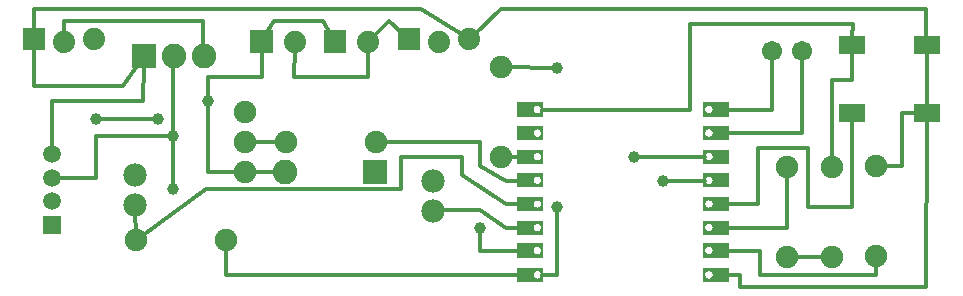
<source format=gtl>
G04 MADE WITH FRITZING*
G04 WWW.FRITZING.ORG*
G04 DOUBLE SIDED*
G04 HOLES PLATED*
G04 CONTOUR ON CENTER OF CONTOUR VECTOR*
%ASAXBY*%
%FSLAX23Y23*%
%MOIN*%
%OFA0B0*%
%SFA1.0B1.0*%
%ADD10C,0.039370*%
%ADD11C,0.075000*%
%ADD12C,0.082000*%
%ADD13C,0.059200*%
%ADD14C,0.067559*%
%ADD15C,0.078000*%
%ADD16C,0.074000*%
%ADD17R,0.082000X0.082000*%
%ADD18R,0.059200X0.059200*%
%ADD19R,0.090551X0.062992*%
%ADD20C,0.012000*%
%ADD21R,0.001000X0.001000*%
%LNCOPPER1*%
G90*
G70*
G54D10*
X2088Y464D03*
X2187Y385D03*
G54D11*
X792Y615D03*
X792Y515D03*
X792Y415D03*
G54D12*
X1225Y415D03*
X927Y415D03*
G54D13*
X149Y238D03*
X149Y474D03*
X149Y395D03*
X149Y316D03*
G54D14*
X2650Y818D03*
X2550Y818D03*
G54D12*
X455Y799D03*
X555Y799D03*
X655Y799D03*
G54D11*
X930Y513D03*
X1230Y513D03*
X2896Y434D03*
X2896Y134D03*
G54D10*
X553Y533D03*
G54D11*
X730Y188D03*
X430Y188D03*
X2600Y129D03*
X2600Y429D03*
X2748Y129D03*
X2748Y429D03*
G54D15*
X425Y405D03*
X425Y305D03*
G54D10*
X553Y356D03*
X1577Y228D03*
X671Y651D03*
X504Y592D03*
X297Y592D03*
G54D11*
X1646Y464D03*
X1646Y764D03*
G54D10*
X1833Y759D03*
X1833Y297D03*
G54D16*
X1340Y858D03*
X1440Y848D03*
X1540Y858D03*
X1340Y858D03*
X1440Y848D03*
X1540Y858D03*
X1094Y848D03*
X1204Y848D03*
X1094Y848D03*
X1204Y848D03*
X848Y848D03*
X958Y848D03*
X848Y848D03*
X958Y848D03*
X90Y858D03*
X190Y848D03*
X290Y858D03*
X90Y858D03*
X190Y848D03*
X290Y858D03*
G54D15*
X1419Y385D03*
X1419Y285D03*
G54D17*
X1226Y415D03*
G54D18*
X149Y238D03*
G54D17*
X455Y799D03*
G54D19*
X2817Y838D03*
X3065Y838D03*
X2817Y612D03*
X3065Y612D03*
G54D20*
X553Y519D02*
X553Y369D01*
D02*
X2403Y622D02*
X2551Y622D01*
D02*
X907Y513D02*
X815Y515D01*
D02*
X2200Y385D02*
X2325Y385D01*
D02*
X2102Y464D02*
X2325Y464D01*
D02*
X848Y730D02*
X848Y822D01*
D02*
X671Y730D02*
X848Y730D01*
D02*
X671Y414D02*
X671Y638D01*
D02*
X769Y415D02*
X671Y414D01*
D02*
X957Y730D02*
X958Y822D01*
D02*
X1203Y730D02*
X957Y730D01*
D02*
X1204Y822D02*
X1203Y730D01*
D02*
X889Y916D02*
X861Y870D01*
D02*
X1054Y916D02*
X889Y916D01*
D02*
X1081Y870D02*
X1054Y916D01*
D02*
X455Y772D02*
X454Y651D01*
D02*
X652Y917D02*
X189Y917D01*
D02*
X189Y917D02*
X190Y873D01*
D02*
X654Y825D02*
X652Y917D01*
D02*
X540Y533D02*
X297Y533D01*
D02*
X553Y546D02*
X554Y772D01*
D02*
X901Y415D02*
X815Y415D01*
D02*
X1705Y385D02*
X1664Y384D01*
D02*
X2895Y111D02*
X2895Y70D01*
D02*
X2649Y799D02*
X2649Y543D01*
D02*
X1577Y149D02*
X1705Y151D01*
D02*
X2600Y406D02*
X2600Y227D01*
D02*
X149Y651D02*
X150Y495D01*
D02*
X90Y700D02*
X386Y701D01*
D02*
X454Y651D02*
X149Y651D01*
D02*
X90Y832D02*
X90Y700D01*
D02*
X386Y701D02*
X439Y777D01*
D02*
X1664Y384D02*
X1577Y435D01*
D02*
X1577Y435D02*
X1577Y513D01*
D02*
X1577Y513D02*
X1253Y513D01*
D02*
X297Y395D02*
X171Y395D01*
D02*
X297Y533D02*
X297Y395D01*
D02*
X662Y356D02*
X449Y202D01*
D02*
X429Y211D02*
X426Y280D01*
D02*
X1517Y465D02*
X1312Y465D01*
D02*
X1312Y465D02*
X1312Y356D01*
D02*
X1312Y356D02*
X662Y356D01*
D02*
X1705Y306D02*
X1664Y306D01*
D02*
X1517Y405D02*
X1517Y465D01*
D02*
X1664Y306D02*
X1517Y405D01*
D02*
X730Y70D02*
X730Y165D01*
D02*
X1705Y70D02*
X730Y70D01*
D02*
X2725Y129D02*
X2623Y129D01*
D02*
X2817Y719D02*
X2817Y812D01*
D02*
X2748Y719D02*
X2817Y719D01*
D02*
X2818Y907D02*
X2276Y907D01*
D02*
X2276Y907D02*
X2275Y621D01*
D02*
X2275Y621D02*
X1783Y621D01*
D02*
X2748Y452D02*
X2748Y719D01*
D02*
X2817Y864D02*
X2818Y907D01*
D02*
X2551Y622D02*
X2550Y799D01*
D02*
X2649Y543D02*
X2403Y543D01*
D02*
X2443Y30D02*
X3063Y30D01*
D02*
X2443Y70D02*
X2443Y30D01*
D02*
X2984Y435D02*
X2984Y612D01*
D02*
X2511Y70D02*
X2511Y149D01*
D02*
X2511Y149D02*
X2403Y151D01*
D02*
X2600Y227D02*
X2403Y228D01*
D02*
X2502Y306D02*
X2403Y306D01*
D02*
X2502Y493D02*
X2502Y306D01*
D02*
X2669Y493D02*
X2502Y493D01*
D02*
X2669Y297D02*
X2669Y493D01*
D02*
X2984Y612D02*
X3025Y612D01*
D02*
X2817Y297D02*
X2669Y297D01*
D02*
X3063Y30D02*
X3065Y586D01*
D02*
X3063Y957D02*
X1646Y956D01*
D02*
X1646Y956D02*
X1559Y875D01*
D02*
X2919Y435D02*
X2984Y435D01*
D02*
X2817Y586D02*
X2817Y297D01*
D02*
X2403Y70D02*
X2443Y70D01*
D02*
X3065Y638D02*
X3065Y812D01*
D02*
X3064Y864D02*
X3063Y957D01*
D02*
X1577Y214D02*
X1577Y149D01*
D02*
X2895Y70D02*
X2511Y70D01*
D02*
X1380Y956D02*
X90Y957D01*
D02*
X90Y957D02*
X90Y883D01*
D02*
X1519Y871D02*
X1380Y956D01*
D02*
X311Y592D02*
X490Y592D01*
D02*
X671Y664D02*
X671Y730D01*
D02*
X1674Y464D02*
X1705Y464D01*
D02*
X1833Y283D02*
X1833Y71D01*
D02*
X1833Y71D02*
X1783Y71D01*
D02*
X1669Y763D02*
X1820Y759D01*
D02*
X1272Y917D02*
X1222Y866D01*
D02*
X1321Y874D02*
X1272Y917D01*
D02*
X1664Y227D02*
X1705Y228D01*
D02*
X1444Y286D02*
X1577Y287D01*
D02*
X1577Y287D02*
X1664Y227D01*
G54D21*
X53Y894D02*
X126Y894D01*
X1303Y894D02*
X1376Y894D01*
X53Y893D02*
X126Y893D01*
X1303Y893D02*
X1376Y893D01*
X53Y892D02*
X126Y892D01*
X1303Y892D02*
X1376Y892D01*
X53Y891D02*
X126Y891D01*
X1303Y891D02*
X1376Y891D01*
X53Y890D02*
X126Y890D01*
X1303Y890D02*
X1376Y890D01*
X53Y889D02*
X126Y889D01*
X1303Y889D02*
X1376Y889D01*
X53Y888D02*
X126Y888D01*
X1303Y888D02*
X1376Y888D01*
X53Y887D02*
X126Y887D01*
X1303Y887D02*
X1376Y887D01*
X53Y886D02*
X126Y886D01*
X1303Y886D02*
X1376Y886D01*
X53Y885D02*
X126Y885D01*
X811Y885D02*
X884Y885D01*
X1057Y885D02*
X1130Y885D01*
X1303Y885D02*
X1376Y885D01*
X53Y884D02*
X126Y884D01*
X811Y884D02*
X884Y884D01*
X1057Y884D02*
X1130Y884D01*
X1303Y884D02*
X1376Y884D01*
X53Y883D02*
X126Y883D01*
X811Y883D02*
X884Y883D01*
X1057Y883D02*
X1130Y883D01*
X1303Y883D02*
X1376Y883D01*
X53Y882D02*
X126Y882D01*
X811Y882D02*
X884Y882D01*
X1057Y882D02*
X1130Y882D01*
X1303Y882D02*
X1376Y882D01*
X53Y881D02*
X126Y881D01*
X811Y881D02*
X884Y881D01*
X1057Y881D02*
X1130Y881D01*
X1303Y881D02*
X1376Y881D01*
X53Y880D02*
X126Y880D01*
X811Y880D02*
X884Y880D01*
X1057Y880D02*
X1130Y880D01*
X1303Y880D02*
X1376Y880D01*
X53Y879D02*
X126Y879D01*
X811Y879D02*
X884Y879D01*
X1057Y879D02*
X1130Y879D01*
X1303Y879D02*
X1376Y879D01*
X53Y878D02*
X126Y878D01*
X811Y878D02*
X884Y878D01*
X1057Y878D02*
X1130Y878D01*
X1303Y878D02*
X1376Y878D01*
X53Y877D02*
X83Y877D01*
X96Y877D02*
X126Y877D01*
X811Y877D02*
X884Y877D01*
X1057Y877D02*
X1130Y877D01*
X1303Y877D02*
X1333Y877D01*
X1346Y877D02*
X1376Y877D01*
X53Y876D02*
X81Y876D01*
X99Y876D02*
X126Y876D01*
X811Y876D02*
X884Y876D01*
X1057Y876D02*
X1130Y876D01*
X1303Y876D02*
X1331Y876D01*
X1349Y876D02*
X1376Y876D01*
X53Y875D02*
X79Y875D01*
X101Y875D02*
X126Y875D01*
X811Y875D02*
X884Y875D01*
X1057Y875D02*
X1130Y875D01*
X1303Y875D02*
X1329Y875D01*
X1351Y875D02*
X1376Y875D01*
X53Y874D02*
X78Y874D01*
X102Y874D02*
X126Y874D01*
X811Y874D02*
X884Y874D01*
X1057Y874D02*
X1130Y874D01*
X1303Y874D02*
X1327Y874D01*
X1352Y874D02*
X1376Y874D01*
X53Y873D02*
X76Y873D01*
X104Y873D02*
X126Y873D01*
X811Y873D02*
X884Y873D01*
X1057Y873D02*
X1130Y873D01*
X1303Y873D02*
X1326Y873D01*
X1353Y873D02*
X1376Y873D01*
X53Y872D02*
X75Y872D01*
X105Y872D02*
X126Y872D01*
X811Y872D02*
X884Y872D01*
X1057Y872D02*
X1130Y872D01*
X1303Y872D02*
X1325Y872D01*
X1354Y872D02*
X1376Y872D01*
X53Y871D02*
X74Y871D01*
X105Y871D02*
X126Y871D01*
X811Y871D02*
X884Y871D01*
X1057Y871D02*
X1130Y871D01*
X1303Y871D02*
X1324Y871D01*
X1355Y871D02*
X1376Y871D01*
X53Y870D02*
X74Y870D01*
X106Y870D02*
X126Y870D01*
X811Y870D02*
X884Y870D01*
X1057Y870D02*
X1130Y870D01*
X1303Y870D02*
X1323Y870D01*
X1356Y870D02*
X1376Y870D01*
X53Y869D02*
X73Y869D01*
X107Y869D02*
X126Y869D01*
X811Y869D02*
X884Y869D01*
X1057Y869D02*
X1130Y869D01*
X1303Y869D02*
X1323Y869D01*
X1357Y869D02*
X1376Y869D01*
X53Y868D02*
X72Y868D01*
X108Y868D02*
X126Y868D01*
X811Y868D02*
X846Y868D01*
X850Y868D02*
X884Y868D01*
X1057Y868D02*
X1092Y868D01*
X1096Y868D02*
X1130Y868D01*
X1303Y868D02*
X1322Y868D01*
X1357Y868D02*
X1376Y868D01*
X53Y867D02*
X72Y867D01*
X108Y867D02*
X126Y867D01*
X811Y867D02*
X841Y867D01*
X855Y867D02*
X884Y867D01*
X1057Y867D02*
X1087Y867D01*
X1101Y867D02*
X1130Y867D01*
X1303Y867D02*
X1321Y867D01*
X1358Y867D02*
X1376Y867D01*
X53Y866D02*
X71Y866D01*
X109Y866D02*
X126Y866D01*
X811Y866D02*
X838Y866D01*
X857Y866D02*
X884Y866D01*
X1057Y866D02*
X1084Y866D01*
X1103Y866D02*
X1130Y866D01*
X1303Y866D02*
X1321Y866D01*
X1358Y866D02*
X1376Y866D01*
X53Y865D02*
X71Y865D01*
X109Y865D02*
X126Y865D01*
X811Y865D02*
X836Y865D01*
X859Y865D02*
X884Y865D01*
X1057Y865D02*
X1082Y865D01*
X1105Y865D02*
X1130Y865D01*
X1303Y865D02*
X1321Y865D01*
X1359Y865D02*
X1376Y865D01*
X53Y864D02*
X70Y864D01*
X109Y864D02*
X126Y864D01*
X811Y864D02*
X835Y864D01*
X860Y864D02*
X884Y864D01*
X1057Y864D02*
X1081Y864D01*
X1106Y864D02*
X1130Y864D01*
X1303Y864D02*
X1320Y864D01*
X1359Y864D02*
X1376Y864D01*
X53Y863D02*
X70Y863D01*
X110Y863D02*
X126Y863D01*
X811Y863D02*
X834Y863D01*
X861Y863D02*
X884Y863D01*
X1057Y863D02*
X1080Y863D01*
X1107Y863D02*
X1130Y863D01*
X1303Y863D02*
X1320Y863D01*
X1359Y863D02*
X1376Y863D01*
X53Y862D02*
X70Y862D01*
X110Y862D02*
X126Y862D01*
X811Y862D02*
X833Y862D01*
X863Y862D02*
X884Y862D01*
X1057Y862D02*
X1079Y862D01*
X1109Y862D02*
X1130Y862D01*
X1303Y862D02*
X1320Y862D01*
X1360Y862D02*
X1376Y862D01*
X53Y861D02*
X70Y861D01*
X110Y861D02*
X126Y861D01*
X811Y861D02*
X832Y861D01*
X863Y861D02*
X884Y861D01*
X1057Y861D02*
X1078Y861D01*
X1109Y861D02*
X1130Y861D01*
X1303Y861D02*
X1319Y861D01*
X1360Y861D02*
X1376Y861D01*
X53Y860D02*
X70Y860D01*
X110Y860D02*
X126Y860D01*
X811Y860D02*
X831Y860D01*
X864Y860D02*
X884Y860D01*
X1057Y860D02*
X1077Y860D01*
X1110Y860D02*
X1130Y860D01*
X1303Y860D02*
X1319Y860D01*
X1360Y860D02*
X1376Y860D01*
X53Y859D02*
X70Y859D01*
X110Y859D02*
X126Y859D01*
X811Y859D02*
X830Y859D01*
X865Y859D02*
X884Y859D01*
X1057Y859D02*
X1076Y859D01*
X1111Y859D02*
X1130Y859D01*
X1303Y859D02*
X1319Y859D01*
X1360Y859D02*
X1376Y859D01*
X53Y858D02*
X69Y858D01*
X110Y858D02*
X126Y858D01*
X811Y858D02*
X830Y858D01*
X865Y858D02*
X884Y858D01*
X1057Y858D02*
X1076Y858D01*
X1111Y858D02*
X1130Y858D01*
X1303Y858D02*
X1319Y858D01*
X1360Y858D02*
X1376Y858D01*
X53Y857D02*
X70Y857D01*
X110Y857D02*
X126Y857D01*
X811Y857D02*
X829Y857D01*
X866Y857D02*
X884Y857D01*
X1057Y857D02*
X1075Y857D01*
X1112Y857D02*
X1130Y857D01*
X1303Y857D02*
X1319Y857D01*
X1360Y857D02*
X1376Y857D01*
X53Y856D02*
X70Y856D01*
X110Y856D02*
X126Y856D01*
X811Y856D02*
X829Y856D01*
X867Y856D02*
X884Y856D01*
X1057Y856D02*
X1075Y856D01*
X1113Y856D02*
X1130Y856D01*
X1303Y856D02*
X1319Y856D01*
X1360Y856D02*
X1376Y856D01*
X53Y855D02*
X70Y855D01*
X110Y855D02*
X126Y855D01*
X811Y855D02*
X828Y855D01*
X867Y855D02*
X884Y855D01*
X1057Y855D02*
X1074Y855D01*
X1113Y855D02*
X1130Y855D01*
X1303Y855D02*
X1319Y855D01*
X1360Y855D02*
X1376Y855D01*
X53Y854D02*
X70Y854D01*
X110Y854D02*
X126Y854D01*
X811Y854D02*
X828Y854D01*
X867Y854D02*
X884Y854D01*
X1057Y854D02*
X1074Y854D01*
X1113Y854D02*
X1130Y854D01*
X1303Y854D02*
X1320Y854D01*
X1360Y854D02*
X1376Y854D01*
X53Y853D02*
X70Y853D01*
X110Y853D02*
X126Y853D01*
X811Y853D02*
X828Y853D01*
X867Y853D02*
X884Y853D01*
X1057Y853D02*
X1074Y853D01*
X1114Y853D02*
X1130Y853D01*
X1303Y853D02*
X1320Y853D01*
X1359Y853D02*
X1376Y853D01*
X53Y852D02*
X70Y852D01*
X109Y852D02*
X126Y852D01*
X811Y852D02*
X828Y852D01*
X868Y852D02*
X884Y852D01*
X1057Y852D02*
X1074Y852D01*
X1114Y852D02*
X1130Y852D01*
X1303Y852D02*
X1320Y852D01*
X1359Y852D02*
X1376Y852D01*
X53Y851D02*
X71Y851D01*
X109Y851D02*
X126Y851D01*
X811Y851D02*
X827Y851D01*
X868Y851D02*
X884Y851D01*
X1057Y851D02*
X1073Y851D01*
X1114Y851D02*
X1130Y851D01*
X1303Y851D02*
X1321Y851D01*
X1359Y851D02*
X1376Y851D01*
X53Y850D02*
X71Y850D01*
X109Y850D02*
X126Y850D01*
X811Y850D02*
X827Y850D01*
X868Y850D02*
X884Y850D01*
X1057Y850D02*
X1073Y850D01*
X1114Y850D02*
X1130Y850D01*
X1303Y850D02*
X1321Y850D01*
X1358Y850D02*
X1376Y850D01*
X53Y849D02*
X72Y849D01*
X108Y849D02*
X126Y849D01*
X811Y849D02*
X827Y849D01*
X868Y849D02*
X884Y849D01*
X1057Y849D02*
X1073Y849D01*
X1114Y849D02*
X1130Y849D01*
X1303Y849D02*
X1321Y849D01*
X1358Y849D02*
X1376Y849D01*
X53Y848D02*
X72Y848D01*
X108Y848D02*
X126Y848D01*
X811Y848D02*
X827Y848D01*
X868Y848D02*
X884Y848D01*
X1057Y848D02*
X1073Y848D01*
X1114Y848D02*
X1130Y848D01*
X1303Y848D02*
X1322Y848D01*
X1357Y848D02*
X1376Y848D01*
X53Y847D02*
X73Y847D01*
X107Y847D02*
X126Y847D01*
X811Y847D02*
X827Y847D01*
X868Y847D02*
X884Y847D01*
X1057Y847D02*
X1073Y847D01*
X1114Y847D02*
X1130Y847D01*
X1303Y847D02*
X1323Y847D01*
X1357Y847D02*
X1376Y847D01*
X53Y846D02*
X74Y846D01*
X106Y846D02*
X126Y846D01*
X811Y846D02*
X827Y846D01*
X868Y846D02*
X884Y846D01*
X1057Y846D02*
X1073Y846D01*
X1114Y846D02*
X1130Y846D01*
X1303Y846D02*
X1323Y846D01*
X1356Y846D02*
X1376Y846D01*
X53Y845D02*
X74Y845D01*
X105Y845D02*
X126Y845D01*
X811Y845D02*
X827Y845D01*
X868Y845D02*
X884Y845D01*
X1057Y845D02*
X1073Y845D01*
X1114Y845D02*
X1130Y845D01*
X1303Y845D02*
X1324Y845D01*
X1355Y845D02*
X1376Y845D01*
X53Y844D02*
X75Y844D01*
X105Y844D02*
X126Y844D01*
X811Y844D02*
X828Y844D01*
X868Y844D02*
X884Y844D01*
X1057Y844D02*
X1074Y844D01*
X1114Y844D02*
X1130Y844D01*
X1303Y844D02*
X1325Y844D01*
X1354Y844D02*
X1376Y844D01*
X53Y843D02*
X76Y843D01*
X104Y843D02*
X126Y843D01*
X811Y843D02*
X828Y843D01*
X867Y843D02*
X884Y843D01*
X1057Y843D02*
X1074Y843D01*
X1113Y843D02*
X1130Y843D01*
X1303Y843D02*
X1326Y843D01*
X1353Y843D02*
X1376Y843D01*
X53Y842D02*
X78Y842D01*
X102Y842D02*
X126Y842D01*
X811Y842D02*
X828Y842D01*
X867Y842D02*
X884Y842D01*
X1057Y842D02*
X1074Y842D01*
X1113Y842D02*
X1130Y842D01*
X1303Y842D02*
X1327Y842D01*
X1352Y842D02*
X1376Y842D01*
X53Y841D02*
X79Y841D01*
X101Y841D02*
X126Y841D01*
X811Y841D02*
X829Y841D01*
X867Y841D02*
X884Y841D01*
X1057Y841D02*
X1075Y841D01*
X1113Y841D02*
X1130Y841D01*
X1303Y841D02*
X1329Y841D01*
X1351Y841D02*
X1376Y841D01*
X53Y840D02*
X81Y840D01*
X99Y840D02*
X126Y840D01*
X811Y840D02*
X829Y840D01*
X866Y840D02*
X884Y840D01*
X1057Y840D02*
X1075Y840D01*
X1112Y840D02*
X1130Y840D01*
X1303Y840D02*
X1331Y840D01*
X1349Y840D02*
X1376Y840D01*
X53Y839D02*
X84Y839D01*
X96Y839D02*
X126Y839D01*
X811Y839D02*
X829Y839D01*
X866Y839D02*
X884Y839D01*
X1057Y839D02*
X1075Y839D01*
X1112Y839D02*
X1130Y839D01*
X1303Y839D02*
X1333Y839D01*
X1346Y839D02*
X1376Y839D01*
X53Y838D02*
X126Y838D01*
X811Y838D02*
X830Y838D01*
X865Y838D02*
X884Y838D01*
X1057Y838D02*
X1076Y838D01*
X1111Y838D02*
X1130Y838D01*
X1303Y838D02*
X1376Y838D01*
X53Y837D02*
X126Y837D01*
X811Y837D02*
X831Y837D01*
X865Y837D02*
X884Y837D01*
X1057Y837D02*
X1077Y837D01*
X1111Y837D02*
X1130Y837D01*
X1303Y837D02*
X1376Y837D01*
X53Y836D02*
X126Y836D01*
X811Y836D02*
X831Y836D01*
X864Y836D02*
X884Y836D01*
X1057Y836D02*
X1077Y836D01*
X1110Y836D02*
X1130Y836D01*
X1303Y836D02*
X1376Y836D01*
X53Y835D02*
X126Y835D01*
X811Y835D02*
X832Y835D01*
X863Y835D02*
X884Y835D01*
X1057Y835D02*
X1078Y835D01*
X1109Y835D02*
X1130Y835D01*
X1303Y835D02*
X1376Y835D01*
X53Y834D02*
X126Y834D01*
X811Y834D02*
X833Y834D01*
X862Y834D02*
X884Y834D01*
X1057Y834D02*
X1079Y834D01*
X1108Y834D02*
X1130Y834D01*
X1303Y834D02*
X1376Y834D01*
X53Y833D02*
X126Y833D01*
X811Y833D02*
X834Y833D01*
X861Y833D02*
X884Y833D01*
X1057Y833D02*
X1080Y833D01*
X1107Y833D02*
X1130Y833D01*
X1303Y833D02*
X1376Y833D01*
X53Y832D02*
X126Y832D01*
X811Y832D02*
X835Y832D01*
X860Y832D02*
X884Y832D01*
X1057Y832D02*
X1081Y832D01*
X1106Y832D02*
X1130Y832D01*
X1303Y832D02*
X1376Y832D01*
X53Y831D02*
X126Y831D01*
X811Y831D02*
X837Y831D01*
X858Y831D02*
X884Y831D01*
X1057Y831D02*
X1083Y831D01*
X1104Y831D02*
X1130Y831D01*
X1303Y831D02*
X1376Y831D01*
X53Y830D02*
X126Y830D01*
X811Y830D02*
X839Y830D01*
X856Y830D02*
X884Y830D01*
X1057Y830D02*
X1085Y830D01*
X1102Y830D02*
X1130Y830D01*
X1303Y830D02*
X1376Y830D01*
X53Y829D02*
X126Y829D01*
X811Y829D02*
X842Y829D01*
X854Y829D02*
X884Y829D01*
X1057Y829D02*
X1088Y829D01*
X1100Y829D02*
X1130Y829D01*
X1303Y829D02*
X1376Y829D01*
X53Y828D02*
X126Y828D01*
X811Y828D02*
X884Y828D01*
X1057Y828D02*
X1130Y828D01*
X1303Y828D02*
X1376Y828D01*
X53Y827D02*
X126Y827D01*
X811Y827D02*
X884Y827D01*
X1057Y827D02*
X1130Y827D01*
X1303Y827D02*
X1376Y827D01*
X53Y826D02*
X126Y826D01*
X811Y826D02*
X884Y826D01*
X1057Y826D02*
X1130Y826D01*
X1303Y826D02*
X1376Y826D01*
X53Y825D02*
X126Y825D01*
X811Y825D02*
X884Y825D01*
X1057Y825D02*
X1130Y825D01*
X1303Y825D02*
X1376Y825D01*
X53Y824D02*
X126Y824D01*
X811Y824D02*
X884Y824D01*
X1057Y824D02*
X1130Y824D01*
X1303Y824D02*
X1376Y824D01*
X53Y823D02*
X126Y823D01*
X811Y823D02*
X884Y823D01*
X1057Y823D02*
X1130Y823D01*
X1303Y823D02*
X1376Y823D01*
X53Y822D02*
X126Y822D01*
X811Y822D02*
X884Y822D01*
X1057Y822D02*
X1130Y822D01*
X1303Y822D02*
X1376Y822D01*
X54Y821D02*
X126Y821D01*
X811Y821D02*
X884Y821D01*
X1057Y821D02*
X1130Y821D01*
X1304Y821D02*
X1376Y821D01*
X811Y820D02*
X884Y820D01*
X1057Y820D02*
X1130Y820D01*
X811Y819D02*
X884Y819D01*
X1057Y819D02*
X1130Y819D01*
X811Y818D02*
X884Y818D01*
X1057Y818D02*
X1130Y818D01*
X811Y817D02*
X884Y817D01*
X1057Y817D02*
X1130Y817D01*
X811Y816D02*
X884Y816D01*
X1057Y816D02*
X1130Y816D01*
X811Y815D02*
X884Y815D01*
X1057Y815D02*
X1130Y815D01*
X811Y814D02*
X884Y814D01*
X1057Y814D02*
X1130Y814D01*
X811Y813D02*
X884Y813D01*
X1057Y813D02*
X1130Y813D01*
X811Y812D02*
X884Y812D01*
X1057Y812D02*
X1130Y812D01*
X1699Y645D02*
X1787Y645D01*
X2319Y645D02*
X2407Y645D01*
X1699Y644D02*
X1787Y644D01*
X2319Y644D02*
X2407Y644D01*
X1699Y643D02*
X1787Y643D01*
X2319Y643D02*
X2407Y643D01*
X1699Y642D02*
X1787Y642D01*
X2319Y642D02*
X2407Y642D01*
X1699Y641D02*
X1787Y641D01*
X2319Y641D02*
X2407Y641D01*
X1699Y640D02*
X1787Y640D01*
X2319Y640D02*
X2407Y640D01*
X1699Y639D02*
X1787Y639D01*
X2319Y639D02*
X2407Y639D01*
X1699Y638D02*
X1787Y638D01*
X2319Y638D02*
X2407Y638D01*
X1699Y637D02*
X1787Y637D01*
X2319Y637D02*
X2407Y637D01*
X1699Y636D02*
X1787Y636D01*
X2319Y636D02*
X2407Y636D01*
X1699Y635D02*
X1787Y635D01*
X2319Y635D02*
X2407Y635D01*
X1699Y634D02*
X1766Y634D01*
X1768Y634D02*
X1787Y634D01*
X2319Y634D02*
X2338Y634D01*
X2340Y634D02*
X2407Y634D01*
X1699Y633D02*
X1762Y633D01*
X1772Y633D02*
X1787Y633D01*
X2319Y633D02*
X2334Y633D01*
X2344Y633D02*
X2407Y633D01*
X1699Y632D02*
X1760Y632D01*
X1774Y632D02*
X1787Y632D01*
X2319Y632D02*
X2332Y632D01*
X2346Y632D02*
X2407Y632D01*
X1699Y631D02*
X1759Y631D01*
X1776Y631D02*
X1787Y631D01*
X2319Y631D02*
X2331Y631D01*
X2348Y631D02*
X2407Y631D01*
X1699Y630D02*
X1758Y630D01*
X1777Y630D02*
X1787Y630D01*
X2319Y630D02*
X2330Y630D01*
X2349Y630D02*
X2407Y630D01*
X1699Y629D02*
X1757Y629D01*
X1777Y629D02*
X1787Y629D01*
X2319Y629D02*
X2329Y629D01*
X2349Y629D02*
X2407Y629D01*
X1699Y628D02*
X1756Y628D01*
X1778Y628D02*
X1787Y628D01*
X2319Y628D02*
X2328Y628D01*
X2350Y628D02*
X2407Y628D01*
X1699Y627D02*
X1756Y627D01*
X1779Y627D02*
X1787Y627D01*
X2319Y627D02*
X2328Y627D01*
X2351Y627D02*
X2407Y627D01*
X1699Y626D02*
X1755Y626D01*
X1779Y626D02*
X1787Y626D01*
X2319Y626D02*
X2327Y626D01*
X2351Y626D02*
X2407Y626D01*
X1699Y625D02*
X1755Y625D01*
X1779Y625D02*
X1787Y625D01*
X2319Y625D02*
X2327Y625D01*
X2351Y625D02*
X2407Y625D01*
X1699Y624D02*
X1755Y624D01*
X1780Y624D02*
X1787Y624D01*
X2319Y624D02*
X2327Y624D01*
X2352Y624D02*
X2407Y624D01*
X1699Y623D02*
X1755Y623D01*
X1780Y623D02*
X1787Y623D01*
X2319Y623D02*
X2327Y623D01*
X2352Y623D02*
X2407Y623D01*
X1699Y622D02*
X1754Y622D01*
X1780Y622D02*
X1787Y622D01*
X2319Y622D02*
X2327Y622D01*
X2352Y622D02*
X2407Y622D01*
X1699Y621D02*
X1755Y621D01*
X1780Y621D02*
X1787Y621D01*
X2319Y621D02*
X2327Y621D01*
X2352Y621D02*
X2407Y621D01*
X1699Y620D02*
X1755Y620D01*
X1780Y620D02*
X1787Y620D01*
X2319Y620D02*
X2327Y620D01*
X2352Y620D02*
X2407Y620D01*
X1699Y619D02*
X1755Y619D01*
X1779Y619D02*
X1787Y619D01*
X2319Y619D02*
X2327Y619D01*
X2351Y619D02*
X2407Y619D01*
X1699Y618D02*
X1755Y618D01*
X1779Y618D02*
X1787Y618D01*
X2319Y618D02*
X2327Y618D01*
X2351Y618D02*
X2407Y618D01*
X1699Y617D02*
X1756Y617D01*
X1779Y617D02*
X1787Y617D01*
X2319Y617D02*
X2328Y617D01*
X2351Y617D02*
X2407Y617D01*
X1699Y616D02*
X1756Y616D01*
X1778Y616D02*
X1787Y616D01*
X2319Y616D02*
X2328Y616D01*
X2350Y616D02*
X2407Y616D01*
X1699Y615D02*
X1757Y615D01*
X1778Y615D02*
X1787Y615D01*
X2319Y615D02*
X2329Y615D01*
X2350Y615D02*
X2407Y615D01*
X1699Y614D02*
X1757Y614D01*
X1777Y614D02*
X1787Y614D01*
X2319Y614D02*
X2329Y614D01*
X2349Y614D02*
X2407Y614D01*
X1699Y613D02*
X1758Y613D01*
X1776Y613D02*
X1787Y613D01*
X2319Y613D02*
X2330Y613D01*
X2348Y613D02*
X2407Y613D01*
X1699Y612D02*
X1760Y612D01*
X1775Y612D02*
X1787Y612D01*
X2319Y612D02*
X2332Y612D01*
X2347Y612D02*
X2407Y612D01*
X1699Y611D02*
X1761Y611D01*
X1773Y611D02*
X1787Y611D01*
X2319Y611D02*
X2333Y611D01*
X2345Y611D02*
X2407Y611D01*
X1699Y610D02*
X1764Y610D01*
X1770Y610D02*
X1787Y610D01*
X2319Y610D02*
X2336Y610D01*
X2342Y610D02*
X2407Y610D01*
X1699Y609D02*
X1787Y609D01*
X2319Y609D02*
X2407Y609D01*
X1699Y608D02*
X1787Y608D01*
X2319Y608D02*
X2407Y608D01*
X1699Y607D02*
X1787Y607D01*
X2319Y607D02*
X2407Y607D01*
X1699Y606D02*
X1787Y606D01*
X2319Y606D02*
X2407Y606D01*
X1699Y605D02*
X1787Y605D01*
X2319Y605D02*
X2407Y605D01*
X1699Y604D02*
X1787Y604D01*
X2319Y604D02*
X2407Y604D01*
X1699Y603D02*
X1787Y603D01*
X2319Y603D02*
X2407Y603D01*
X1699Y602D02*
X1787Y602D01*
X2319Y602D02*
X2407Y602D01*
X1699Y601D02*
X1787Y601D01*
X2319Y601D02*
X2407Y601D01*
X1699Y600D02*
X1787Y600D01*
X2319Y600D02*
X2407Y600D01*
X1699Y599D02*
X1787Y599D01*
X2319Y599D02*
X2407Y599D01*
X1699Y566D02*
X1787Y566D01*
X2319Y566D02*
X2407Y566D01*
X1699Y565D02*
X1787Y565D01*
X2319Y565D02*
X2407Y565D01*
X1699Y564D02*
X1787Y564D01*
X2319Y564D02*
X2407Y564D01*
X1699Y563D02*
X1787Y563D01*
X2319Y563D02*
X2407Y563D01*
X1699Y562D02*
X1787Y562D01*
X2319Y562D02*
X2407Y562D01*
X1699Y561D02*
X1787Y561D01*
X2319Y561D02*
X2407Y561D01*
X1699Y560D02*
X1787Y560D01*
X2319Y560D02*
X2407Y560D01*
X1699Y559D02*
X1787Y559D01*
X2319Y559D02*
X2407Y559D01*
X1699Y558D02*
X1787Y558D01*
X2319Y558D02*
X2407Y558D01*
X1699Y557D02*
X1787Y557D01*
X2319Y557D02*
X2407Y557D01*
X1699Y556D02*
X1787Y556D01*
X2319Y556D02*
X2407Y556D01*
X1699Y555D02*
X1764Y555D01*
X1770Y555D02*
X1787Y555D01*
X2319Y555D02*
X2336Y555D01*
X2342Y555D02*
X2407Y555D01*
X1699Y554D02*
X1761Y554D01*
X1773Y554D02*
X1787Y554D01*
X2319Y554D02*
X2333Y554D01*
X2345Y554D02*
X2407Y554D01*
X1699Y553D02*
X1760Y553D01*
X1775Y553D02*
X1787Y553D01*
X2319Y553D02*
X2332Y553D01*
X2347Y553D02*
X2407Y553D01*
X1699Y552D02*
X1758Y552D01*
X1776Y552D02*
X1787Y552D01*
X2319Y552D02*
X2330Y552D01*
X2348Y552D02*
X2407Y552D01*
X1699Y551D02*
X1757Y551D01*
X1777Y551D02*
X1787Y551D01*
X2319Y551D02*
X2329Y551D01*
X2349Y551D02*
X2407Y551D01*
X1699Y550D02*
X1757Y550D01*
X1778Y550D02*
X1787Y550D01*
X2319Y550D02*
X2329Y550D01*
X2350Y550D02*
X2407Y550D01*
X1699Y549D02*
X1756Y549D01*
X1778Y549D02*
X1787Y549D01*
X2319Y549D02*
X2328Y549D01*
X2350Y549D02*
X2407Y549D01*
X1699Y548D02*
X1756Y548D01*
X1779Y548D02*
X1787Y548D01*
X2319Y548D02*
X2328Y548D01*
X2351Y548D02*
X2407Y548D01*
X1699Y547D02*
X1755Y547D01*
X1779Y547D02*
X1787Y547D01*
X2319Y547D02*
X2327Y547D01*
X2351Y547D02*
X2407Y547D01*
X1699Y546D02*
X1755Y546D01*
X1779Y546D02*
X1787Y546D01*
X2319Y546D02*
X2327Y546D01*
X2351Y546D02*
X2407Y546D01*
X1699Y545D02*
X1755Y545D01*
X1780Y545D02*
X1787Y545D01*
X2319Y545D02*
X2327Y545D01*
X2352Y545D02*
X2407Y545D01*
X1699Y544D02*
X1755Y544D01*
X1780Y544D02*
X1787Y544D01*
X2319Y544D02*
X2327Y544D01*
X2352Y544D02*
X2407Y544D01*
X1699Y543D02*
X1754Y543D01*
X1780Y543D02*
X1787Y543D01*
X2319Y543D02*
X2327Y543D01*
X2352Y543D02*
X2407Y543D01*
X1699Y542D02*
X1755Y542D01*
X1780Y542D02*
X1787Y542D01*
X2319Y542D02*
X2327Y542D01*
X2352Y542D02*
X2407Y542D01*
X1699Y541D02*
X1755Y541D01*
X1780Y541D02*
X1787Y541D01*
X2319Y541D02*
X2327Y541D01*
X2352Y541D02*
X2407Y541D01*
X1699Y540D02*
X1755Y540D01*
X1779Y540D02*
X1787Y540D01*
X2319Y540D02*
X2327Y540D01*
X2351Y540D02*
X2407Y540D01*
X1699Y539D02*
X1755Y539D01*
X1779Y539D02*
X1787Y539D01*
X2319Y539D02*
X2327Y539D01*
X2351Y539D02*
X2407Y539D01*
X1699Y538D02*
X1756Y538D01*
X1779Y538D02*
X1787Y538D01*
X2319Y538D02*
X2328Y538D01*
X2351Y538D02*
X2407Y538D01*
X1699Y537D02*
X1756Y537D01*
X1778Y537D02*
X1787Y537D01*
X2319Y537D02*
X2328Y537D01*
X2350Y537D02*
X2407Y537D01*
X1699Y536D02*
X1757Y536D01*
X1777Y536D02*
X1787Y536D01*
X2319Y536D02*
X2329Y536D01*
X2349Y536D02*
X2407Y536D01*
X1699Y535D02*
X1758Y535D01*
X1777Y535D02*
X1787Y535D01*
X2319Y535D02*
X2330Y535D01*
X2349Y535D02*
X2407Y535D01*
X1699Y534D02*
X1759Y534D01*
X1776Y534D02*
X1787Y534D01*
X2319Y534D02*
X2331Y534D01*
X2348Y534D02*
X2407Y534D01*
X1699Y533D02*
X1760Y533D01*
X1774Y533D02*
X1787Y533D01*
X2319Y533D02*
X2332Y533D01*
X2346Y533D02*
X2407Y533D01*
X1699Y532D02*
X1762Y532D01*
X1773Y532D02*
X1787Y532D01*
X2319Y532D02*
X2334Y532D01*
X2344Y532D02*
X2407Y532D01*
X1699Y531D02*
X1766Y531D01*
X1769Y531D02*
X1787Y531D01*
X2319Y531D02*
X2338Y531D01*
X2340Y531D02*
X2407Y531D01*
X1699Y530D02*
X1787Y530D01*
X2319Y530D02*
X2407Y530D01*
X1699Y529D02*
X1787Y529D01*
X2319Y529D02*
X2407Y529D01*
X1699Y528D02*
X1787Y528D01*
X2319Y528D02*
X2407Y528D01*
X1699Y527D02*
X1787Y527D01*
X2319Y527D02*
X2407Y527D01*
X1699Y526D02*
X1787Y526D01*
X2319Y526D02*
X2407Y526D01*
X1699Y525D02*
X1787Y525D01*
X2319Y525D02*
X2407Y525D01*
X1699Y524D02*
X1787Y524D01*
X2319Y524D02*
X2407Y524D01*
X1699Y523D02*
X1787Y523D01*
X2319Y523D02*
X2407Y523D01*
X1699Y522D02*
X1787Y522D01*
X2319Y522D02*
X2407Y522D01*
X1699Y521D02*
X1787Y521D01*
X2319Y521D02*
X2407Y521D01*
X1699Y520D02*
X1787Y520D01*
X2319Y520D02*
X2407Y520D01*
X2320Y488D02*
X2406Y488D01*
X1699Y487D02*
X1787Y487D01*
X2319Y487D02*
X2407Y487D01*
X1699Y486D02*
X1787Y486D01*
X2319Y486D02*
X2407Y486D01*
X1699Y485D02*
X1787Y485D01*
X2319Y485D02*
X2407Y485D01*
X1699Y484D02*
X1787Y484D01*
X2319Y484D02*
X2407Y484D01*
X1699Y483D02*
X1787Y483D01*
X2319Y483D02*
X2407Y483D01*
X1699Y482D02*
X1787Y482D01*
X2319Y482D02*
X2407Y482D01*
X1699Y481D02*
X1787Y481D01*
X2319Y481D02*
X2407Y481D01*
X1699Y480D02*
X1787Y480D01*
X2319Y480D02*
X2407Y480D01*
X1699Y479D02*
X1787Y479D01*
X2319Y479D02*
X2407Y479D01*
X1699Y478D02*
X1787Y478D01*
X2319Y478D02*
X2407Y478D01*
X1699Y477D02*
X1787Y477D01*
X2319Y477D02*
X2407Y477D01*
X1699Y476D02*
X1764Y476D01*
X1771Y476D02*
X1787Y476D01*
X2319Y476D02*
X2335Y476D01*
X2343Y476D02*
X2407Y476D01*
X1699Y475D02*
X1761Y475D01*
X1773Y475D02*
X1787Y475D01*
X2319Y475D02*
X2333Y475D01*
X2345Y475D02*
X2407Y475D01*
X1699Y474D02*
X1759Y474D01*
X1775Y474D02*
X1787Y474D01*
X2319Y474D02*
X2331Y474D01*
X2347Y474D02*
X2407Y474D01*
X1699Y473D02*
X1758Y473D01*
X1776Y473D02*
X1787Y473D01*
X2319Y473D02*
X2330Y473D01*
X2348Y473D02*
X2407Y473D01*
X1699Y472D02*
X1757Y472D01*
X1777Y472D02*
X1787Y472D01*
X2319Y472D02*
X2329Y472D01*
X2349Y472D02*
X2407Y472D01*
X1699Y471D02*
X1757Y471D01*
X1778Y471D02*
X1787Y471D01*
X2319Y471D02*
X2329Y471D01*
X2350Y471D02*
X2407Y471D01*
X1699Y470D02*
X1756Y470D01*
X1778Y470D02*
X1787Y470D01*
X2319Y470D02*
X2328Y470D01*
X2350Y470D02*
X2407Y470D01*
X1699Y469D02*
X1755Y469D01*
X1779Y469D02*
X1787Y469D01*
X2319Y469D02*
X2327Y469D01*
X2351Y469D02*
X2407Y469D01*
X1699Y468D02*
X1755Y468D01*
X1779Y468D02*
X1787Y468D01*
X2319Y468D02*
X2327Y468D01*
X2351Y468D02*
X2407Y468D01*
X1699Y467D02*
X1755Y467D01*
X1779Y467D02*
X1787Y467D01*
X2319Y467D02*
X2327Y467D01*
X2351Y467D02*
X2407Y467D01*
X1699Y466D02*
X1755Y466D01*
X1780Y466D02*
X1787Y466D01*
X2319Y466D02*
X2327Y466D01*
X2352Y466D02*
X2407Y466D01*
X1699Y465D02*
X1755Y465D01*
X1780Y465D02*
X1787Y465D01*
X2319Y465D02*
X2327Y465D01*
X2352Y465D02*
X2407Y465D01*
X1699Y464D02*
X1755Y464D01*
X1780Y464D02*
X1787Y464D01*
X2319Y464D02*
X2327Y464D01*
X2352Y464D02*
X2407Y464D01*
X1699Y463D02*
X1755Y463D01*
X1780Y463D02*
X1787Y463D01*
X2319Y463D02*
X2327Y463D01*
X2352Y463D02*
X2407Y463D01*
X1699Y462D02*
X1755Y462D01*
X1780Y462D02*
X1787Y462D01*
X2319Y462D02*
X2327Y462D01*
X2352Y462D02*
X2407Y462D01*
X1699Y461D02*
X1755Y461D01*
X1779Y461D02*
X1787Y461D01*
X2319Y461D02*
X2327Y461D01*
X2351Y461D02*
X2407Y461D01*
X1699Y460D02*
X1755Y460D01*
X1779Y460D02*
X1787Y460D01*
X2319Y460D02*
X2327Y460D01*
X2351Y460D02*
X2407Y460D01*
X1699Y459D02*
X1756Y459D01*
X1779Y459D02*
X1787Y459D01*
X2319Y459D02*
X2328Y459D01*
X2350Y459D02*
X2407Y459D01*
X1699Y458D02*
X1756Y458D01*
X1778Y458D02*
X1787Y458D01*
X2319Y458D02*
X2328Y458D01*
X2350Y458D02*
X2407Y458D01*
X1699Y457D02*
X1757Y457D01*
X1777Y457D02*
X1787Y457D01*
X2319Y457D02*
X2329Y457D01*
X2349Y457D02*
X2407Y457D01*
X1699Y456D02*
X1758Y456D01*
X1776Y456D02*
X1787Y456D01*
X2319Y456D02*
X2330Y456D01*
X2348Y456D02*
X2407Y456D01*
X1699Y455D02*
X1759Y455D01*
X1775Y455D02*
X1787Y455D01*
X2319Y455D02*
X2331Y455D01*
X2347Y455D02*
X2407Y455D01*
X1699Y454D02*
X1760Y454D01*
X1774Y454D02*
X1787Y454D01*
X2319Y454D02*
X2332Y454D01*
X2346Y454D02*
X2407Y454D01*
X1699Y453D02*
X1762Y453D01*
X1772Y453D02*
X1787Y453D01*
X2319Y453D02*
X2335Y453D01*
X2344Y453D02*
X2407Y453D01*
X1699Y452D02*
X1787Y452D01*
X2319Y452D02*
X2407Y452D01*
X1699Y451D02*
X1787Y451D01*
X2319Y451D02*
X2407Y451D01*
X1699Y450D02*
X1787Y450D01*
X2319Y450D02*
X2407Y450D01*
X1699Y449D02*
X1787Y449D01*
X2319Y449D02*
X2407Y449D01*
X1699Y448D02*
X1787Y448D01*
X2319Y448D02*
X2407Y448D01*
X1699Y447D02*
X1787Y447D01*
X2319Y447D02*
X2407Y447D01*
X1699Y446D02*
X1787Y446D01*
X2319Y446D02*
X2407Y446D01*
X1699Y445D02*
X1787Y445D01*
X2319Y445D02*
X2407Y445D01*
X1699Y444D02*
X1787Y444D01*
X2319Y444D02*
X2407Y444D01*
X1699Y443D02*
X1787Y443D01*
X2319Y443D02*
X2407Y443D01*
X1699Y442D02*
X1787Y442D01*
X2319Y442D02*
X2407Y442D01*
X1700Y441D02*
X1787Y441D01*
X2320Y441D02*
X2407Y441D01*
X1700Y409D02*
X1787Y409D01*
X2319Y409D02*
X2407Y409D01*
X1699Y408D02*
X1787Y408D01*
X2319Y408D02*
X2407Y408D01*
X1699Y407D02*
X1787Y407D01*
X2319Y407D02*
X2407Y407D01*
X1699Y406D02*
X1787Y406D01*
X2319Y406D02*
X2407Y406D01*
X1699Y405D02*
X1787Y405D01*
X2319Y405D02*
X2407Y405D01*
X1699Y404D02*
X1787Y404D01*
X2319Y404D02*
X2407Y404D01*
X1699Y403D02*
X1787Y403D01*
X2319Y403D02*
X2407Y403D01*
X1699Y402D02*
X1787Y402D01*
X2319Y402D02*
X2407Y402D01*
X1699Y401D02*
X1787Y401D01*
X2319Y401D02*
X2407Y401D01*
X1699Y400D02*
X1787Y400D01*
X2319Y400D02*
X2407Y400D01*
X1699Y399D02*
X1787Y399D01*
X2319Y399D02*
X2407Y399D01*
X1699Y398D02*
X1787Y398D01*
X2319Y398D02*
X2407Y398D01*
X1699Y397D02*
X1762Y397D01*
X1772Y397D02*
X1787Y397D01*
X2319Y397D02*
X2334Y397D01*
X2344Y397D02*
X2407Y397D01*
X1699Y396D02*
X1760Y396D01*
X1774Y396D02*
X1787Y396D01*
X2319Y396D02*
X2332Y396D01*
X2346Y396D02*
X2407Y396D01*
X1699Y395D02*
X1759Y395D01*
X1775Y395D02*
X1787Y395D01*
X2319Y395D02*
X2331Y395D01*
X2347Y395D02*
X2407Y395D01*
X1699Y394D02*
X1758Y394D01*
X1776Y394D02*
X1787Y394D01*
X2319Y394D02*
X2330Y394D01*
X2348Y394D02*
X2407Y394D01*
X1699Y393D02*
X1757Y393D01*
X1777Y393D02*
X1787Y393D01*
X2319Y393D02*
X2329Y393D01*
X2349Y393D02*
X2407Y393D01*
X1699Y392D02*
X1756Y392D01*
X1778Y392D02*
X1787Y392D01*
X2319Y392D02*
X2328Y392D01*
X2350Y392D02*
X2407Y392D01*
X1699Y391D02*
X1756Y391D01*
X1779Y391D02*
X1787Y391D01*
X2319Y391D02*
X2328Y391D01*
X2351Y391D02*
X2407Y391D01*
X1699Y390D02*
X1755Y390D01*
X1779Y390D02*
X1787Y390D01*
X2319Y390D02*
X2327Y390D01*
X2351Y390D02*
X2407Y390D01*
X1699Y389D02*
X1755Y389D01*
X1779Y389D02*
X1787Y389D01*
X2319Y389D02*
X2327Y389D01*
X2351Y389D02*
X2407Y389D01*
X1699Y388D02*
X1755Y388D01*
X1780Y388D02*
X1787Y388D01*
X2319Y388D02*
X2327Y388D01*
X2352Y388D02*
X2407Y388D01*
X1699Y387D02*
X1755Y387D01*
X1780Y387D02*
X1787Y387D01*
X2319Y387D02*
X2327Y387D01*
X2352Y387D02*
X2407Y387D01*
X1699Y386D02*
X1755Y386D01*
X1780Y386D02*
X1787Y386D01*
X2319Y386D02*
X2327Y386D01*
X2352Y386D02*
X2407Y386D01*
X1699Y385D02*
X1755Y385D01*
X1780Y385D02*
X1787Y385D01*
X2319Y385D02*
X2327Y385D01*
X2352Y385D02*
X2407Y385D01*
X1699Y384D02*
X1755Y384D01*
X1780Y384D02*
X1787Y384D01*
X2319Y384D02*
X2327Y384D01*
X2352Y384D02*
X2407Y384D01*
X1699Y383D02*
X1755Y383D01*
X1779Y383D02*
X1787Y383D01*
X2319Y383D02*
X2327Y383D01*
X2351Y383D02*
X2407Y383D01*
X1699Y382D02*
X1755Y382D01*
X1779Y382D02*
X1787Y382D01*
X2319Y382D02*
X2327Y382D01*
X2351Y382D02*
X2407Y382D01*
X1699Y381D02*
X1755Y381D01*
X1779Y381D02*
X1787Y381D01*
X2319Y381D02*
X2327Y381D01*
X2351Y381D02*
X2407Y381D01*
X1699Y380D02*
X1756Y380D01*
X1778Y380D02*
X1787Y380D01*
X2319Y380D02*
X2328Y380D01*
X2350Y380D02*
X2407Y380D01*
X1699Y379D02*
X1757Y379D01*
X1778Y379D02*
X1787Y379D01*
X2319Y379D02*
X2329Y379D01*
X2350Y379D02*
X2407Y379D01*
X1699Y378D02*
X1757Y378D01*
X1777Y378D02*
X1787Y378D01*
X2319Y378D02*
X2329Y378D01*
X2349Y378D02*
X2407Y378D01*
X1699Y377D02*
X1758Y377D01*
X1776Y377D02*
X1787Y377D01*
X2319Y377D02*
X2330Y377D01*
X2348Y377D02*
X2407Y377D01*
X1699Y376D02*
X1759Y376D01*
X1775Y376D02*
X1787Y376D01*
X2319Y376D02*
X2331Y376D01*
X2347Y376D02*
X2407Y376D01*
X1699Y375D02*
X1761Y375D01*
X1773Y375D02*
X1787Y375D01*
X2319Y375D02*
X2333Y375D01*
X2345Y375D02*
X2407Y375D01*
X1699Y374D02*
X1763Y374D01*
X1771Y374D02*
X1787Y374D01*
X2319Y374D02*
X2336Y374D01*
X2343Y374D02*
X2407Y374D01*
X1699Y373D02*
X1787Y373D01*
X2319Y373D02*
X2407Y373D01*
X1699Y372D02*
X1787Y372D01*
X2319Y372D02*
X2407Y372D01*
X1699Y371D02*
X1787Y371D01*
X2319Y371D02*
X2407Y371D01*
X1699Y370D02*
X1787Y370D01*
X2319Y370D02*
X2407Y370D01*
X1699Y369D02*
X1787Y369D01*
X2319Y369D02*
X2407Y369D01*
X1699Y368D02*
X1787Y368D01*
X2319Y368D02*
X2407Y368D01*
X1699Y367D02*
X1787Y367D01*
X2319Y367D02*
X2407Y367D01*
X1699Y366D02*
X1787Y366D01*
X2319Y366D02*
X2407Y366D01*
X1699Y365D02*
X1787Y365D01*
X2319Y365D02*
X2407Y365D01*
X1699Y364D02*
X1787Y364D01*
X2319Y364D02*
X2407Y364D01*
X1699Y363D02*
X1787Y363D01*
X2319Y363D02*
X2407Y363D01*
X1699Y330D02*
X1787Y330D01*
X2319Y330D02*
X2407Y330D01*
X1699Y329D02*
X1787Y329D01*
X2319Y329D02*
X2407Y329D01*
X1699Y328D02*
X1787Y328D01*
X2319Y328D02*
X2407Y328D01*
X1699Y327D02*
X1787Y327D01*
X2319Y327D02*
X2407Y327D01*
X1699Y326D02*
X1787Y326D01*
X2319Y326D02*
X2407Y326D01*
X1699Y325D02*
X1787Y325D01*
X2319Y325D02*
X2407Y325D01*
X1699Y324D02*
X1787Y324D01*
X2319Y324D02*
X2407Y324D01*
X1699Y323D02*
X1787Y323D01*
X2319Y323D02*
X2407Y323D01*
X1699Y322D02*
X1787Y322D01*
X2319Y322D02*
X2407Y322D01*
X1699Y321D02*
X1787Y321D01*
X2319Y321D02*
X2407Y321D01*
X1699Y320D02*
X1787Y320D01*
X2319Y320D02*
X2407Y320D01*
X1699Y319D02*
X1766Y319D01*
X1768Y319D02*
X1787Y319D01*
X2319Y319D02*
X2337Y319D01*
X2341Y319D02*
X2407Y319D01*
X1699Y318D02*
X1762Y318D01*
X1772Y318D02*
X1787Y318D01*
X2319Y318D02*
X2334Y318D01*
X2345Y318D02*
X2407Y318D01*
X1699Y317D02*
X1760Y317D01*
X1774Y317D02*
X1787Y317D01*
X2319Y317D02*
X2332Y317D01*
X2346Y317D02*
X2407Y317D01*
X1699Y316D02*
X1759Y316D01*
X1776Y316D02*
X1787Y316D01*
X2319Y316D02*
X2331Y316D01*
X2348Y316D02*
X2407Y316D01*
X1699Y315D02*
X1758Y315D01*
X1777Y315D02*
X1787Y315D01*
X2319Y315D02*
X2330Y315D01*
X2349Y315D02*
X2407Y315D01*
X1699Y314D02*
X1757Y314D01*
X1777Y314D02*
X1787Y314D01*
X2319Y314D02*
X2329Y314D01*
X2350Y314D02*
X2407Y314D01*
X1699Y313D02*
X1756Y313D01*
X1778Y313D02*
X1787Y313D01*
X2319Y313D02*
X2328Y313D01*
X2350Y313D02*
X2407Y313D01*
X1699Y312D02*
X1756Y312D01*
X1779Y312D02*
X1787Y312D01*
X2319Y312D02*
X2328Y312D01*
X2351Y312D02*
X2407Y312D01*
X1699Y311D02*
X1755Y311D01*
X1779Y311D02*
X1787Y311D01*
X2319Y311D02*
X2327Y311D01*
X2351Y311D02*
X2407Y311D01*
X1699Y310D02*
X1755Y310D01*
X1779Y310D02*
X1787Y310D01*
X2319Y310D02*
X2327Y310D01*
X2351Y310D02*
X2407Y310D01*
X1699Y309D02*
X1755Y309D01*
X1780Y309D02*
X1787Y309D01*
X2319Y309D02*
X2327Y309D01*
X2352Y309D02*
X2407Y309D01*
X1699Y308D02*
X1755Y308D01*
X1780Y308D02*
X1787Y308D01*
X2319Y308D02*
X2327Y308D01*
X2352Y308D02*
X2407Y308D01*
X1699Y307D02*
X1755Y307D01*
X1780Y307D02*
X1787Y307D01*
X2319Y307D02*
X2327Y307D01*
X2352Y307D02*
X2407Y307D01*
X1699Y306D02*
X1755Y306D01*
X1780Y306D02*
X1787Y306D01*
X2319Y306D02*
X2327Y306D01*
X2352Y306D02*
X2407Y306D01*
X1699Y305D02*
X1755Y305D01*
X1780Y305D02*
X1787Y305D01*
X2319Y305D02*
X2327Y305D01*
X2352Y305D02*
X2407Y305D01*
X1699Y304D02*
X1755Y304D01*
X1779Y304D02*
X1787Y304D01*
X2319Y304D02*
X2327Y304D01*
X2351Y304D02*
X2407Y304D01*
X1699Y303D02*
X1755Y303D01*
X1779Y303D02*
X1787Y303D01*
X2319Y303D02*
X2327Y303D01*
X2351Y303D02*
X2407Y303D01*
X1699Y302D02*
X1756Y302D01*
X1779Y302D02*
X1787Y302D01*
X2319Y302D02*
X2328Y302D01*
X2351Y302D02*
X2407Y302D01*
X1699Y301D02*
X1756Y301D01*
X1778Y301D02*
X1787Y301D01*
X2319Y301D02*
X2328Y301D01*
X2350Y301D02*
X2407Y301D01*
X1699Y300D02*
X1757Y300D01*
X1778Y300D02*
X1787Y300D01*
X2319Y300D02*
X2329Y300D01*
X2350Y300D02*
X2407Y300D01*
X1699Y299D02*
X1757Y299D01*
X1777Y299D02*
X1787Y299D01*
X2319Y299D02*
X2330Y299D01*
X2349Y299D02*
X2407Y299D01*
X1699Y298D02*
X1758Y298D01*
X1776Y298D02*
X1787Y298D01*
X2319Y298D02*
X2331Y298D01*
X2348Y298D02*
X2407Y298D01*
X1699Y297D02*
X1760Y297D01*
X1775Y297D02*
X1787Y297D01*
X2319Y297D02*
X2332Y297D01*
X2347Y297D02*
X2407Y297D01*
X1699Y296D02*
X1761Y296D01*
X1773Y296D02*
X1787Y296D01*
X2319Y296D02*
X2334Y296D01*
X2345Y296D02*
X2407Y296D01*
X1699Y295D02*
X1764Y295D01*
X1770Y295D02*
X1787Y295D01*
X2319Y295D02*
X2337Y295D01*
X2341Y295D02*
X2407Y295D01*
X1699Y294D02*
X1787Y294D01*
X2319Y294D02*
X2407Y294D01*
X1699Y293D02*
X1787Y293D01*
X2319Y293D02*
X2407Y293D01*
X1699Y292D02*
X1787Y292D01*
X2319Y292D02*
X2407Y292D01*
X1699Y291D02*
X1787Y291D01*
X2319Y291D02*
X2407Y291D01*
X1699Y290D02*
X1787Y290D01*
X2319Y290D02*
X2407Y290D01*
X1699Y289D02*
X1787Y289D01*
X2319Y289D02*
X2407Y289D01*
X1699Y288D02*
X1787Y288D01*
X2319Y288D02*
X2407Y288D01*
X1699Y287D02*
X1787Y287D01*
X2319Y287D02*
X2407Y287D01*
X1699Y286D02*
X1787Y286D01*
X2319Y286D02*
X2407Y286D01*
X1699Y285D02*
X1787Y285D01*
X2319Y285D02*
X2407Y285D01*
X1699Y284D02*
X1787Y284D01*
X2319Y284D02*
X2407Y284D01*
X1699Y251D02*
X1787Y251D01*
X2319Y251D02*
X2407Y251D01*
X1699Y250D02*
X1787Y250D01*
X2319Y250D02*
X2407Y250D01*
X1699Y249D02*
X1787Y249D01*
X2319Y249D02*
X2407Y249D01*
X1699Y248D02*
X1787Y248D01*
X2319Y248D02*
X2407Y248D01*
X1699Y247D02*
X1787Y247D01*
X2319Y247D02*
X2407Y247D01*
X1699Y246D02*
X1787Y246D01*
X2319Y246D02*
X2407Y246D01*
X1699Y245D02*
X1787Y245D01*
X2319Y245D02*
X2407Y245D01*
X1699Y244D02*
X1787Y244D01*
X2319Y244D02*
X2407Y244D01*
X1699Y243D02*
X1787Y243D01*
X2319Y243D02*
X2407Y243D01*
X1699Y242D02*
X1787Y242D01*
X2319Y242D02*
X2407Y242D01*
X1699Y241D02*
X1787Y241D01*
X2319Y241D02*
X2407Y241D01*
X1699Y240D02*
X1764Y240D01*
X1770Y240D02*
X1787Y240D01*
X2319Y240D02*
X2336Y240D01*
X2343Y240D02*
X2407Y240D01*
X1699Y239D02*
X1761Y239D01*
X1773Y239D02*
X1787Y239D01*
X2319Y239D02*
X2333Y239D01*
X2345Y239D02*
X2407Y239D01*
X1699Y238D02*
X1759Y238D01*
X1775Y238D02*
X1787Y238D01*
X2319Y238D02*
X2332Y238D01*
X2347Y238D02*
X2407Y238D01*
X1699Y237D02*
X1758Y237D01*
X1776Y237D02*
X1787Y237D01*
X2319Y237D02*
X2330Y237D01*
X2348Y237D02*
X2407Y237D01*
X1699Y236D02*
X1757Y236D01*
X1777Y236D02*
X1787Y236D01*
X2319Y236D02*
X2329Y236D01*
X2349Y236D02*
X2407Y236D01*
X1699Y235D02*
X1757Y235D01*
X1778Y235D02*
X1787Y235D01*
X2319Y235D02*
X2329Y235D01*
X2350Y235D02*
X2407Y235D01*
X1699Y234D02*
X1756Y234D01*
X1778Y234D02*
X1787Y234D01*
X2319Y234D02*
X2328Y234D01*
X2350Y234D02*
X2407Y234D01*
X1699Y233D02*
X1755Y233D01*
X1779Y233D02*
X1787Y233D01*
X2319Y233D02*
X2328Y233D01*
X2351Y233D02*
X2407Y233D01*
X1699Y232D02*
X1755Y232D01*
X1779Y232D02*
X1787Y232D01*
X2319Y232D02*
X2327Y232D01*
X2351Y232D02*
X2407Y232D01*
X1699Y231D02*
X1755Y231D01*
X1779Y231D02*
X1787Y231D01*
X2319Y231D02*
X2327Y231D01*
X2351Y231D02*
X2407Y231D01*
X1699Y230D02*
X1755Y230D01*
X1780Y230D02*
X1787Y230D01*
X2319Y230D02*
X2327Y230D01*
X2352Y230D02*
X2407Y230D01*
X1699Y229D02*
X1755Y229D01*
X1780Y229D02*
X1787Y229D01*
X2319Y229D02*
X2327Y229D01*
X2352Y229D02*
X2407Y229D01*
X1699Y228D02*
X1754Y228D01*
X1780Y228D02*
X1787Y228D01*
X2319Y228D02*
X2327Y228D01*
X2352Y228D02*
X2407Y228D01*
X1699Y227D02*
X1755Y227D01*
X1780Y227D02*
X1787Y227D01*
X2319Y227D02*
X2327Y227D01*
X2352Y227D02*
X2407Y227D01*
X1699Y226D02*
X1755Y226D01*
X1779Y226D02*
X1787Y226D01*
X2319Y226D02*
X2327Y226D01*
X2352Y226D02*
X2407Y226D01*
X1699Y225D02*
X1755Y225D01*
X1779Y225D02*
X1787Y225D01*
X2319Y225D02*
X2327Y225D01*
X2351Y225D02*
X2407Y225D01*
X1699Y224D02*
X1755Y224D01*
X1779Y224D02*
X1787Y224D01*
X2319Y224D02*
X2327Y224D01*
X2351Y224D02*
X2407Y224D01*
X1699Y223D02*
X1756Y223D01*
X1778Y223D02*
X1787Y223D01*
X2319Y223D02*
X2328Y223D01*
X2351Y223D02*
X2407Y223D01*
X1699Y222D02*
X1756Y222D01*
X1778Y222D02*
X1787Y222D01*
X2319Y222D02*
X2328Y222D01*
X2350Y222D02*
X2407Y222D01*
X1699Y221D02*
X1757Y221D01*
X1777Y221D02*
X1787Y221D01*
X2319Y221D02*
X2329Y221D01*
X2349Y221D02*
X2407Y221D01*
X1699Y220D02*
X1758Y220D01*
X1776Y220D02*
X1787Y220D01*
X2319Y220D02*
X2330Y220D01*
X2349Y220D02*
X2407Y220D01*
X1699Y219D02*
X1759Y219D01*
X1775Y219D02*
X1787Y219D01*
X2319Y219D02*
X2331Y219D01*
X2347Y219D02*
X2407Y219D01*
X1699Y218D02*
X1760Y218D01*
X1774Y218D02*
X1787Y218D01*
X2319Y218D02*
X2332Y218D01*
X2346Y218D02*
X2407Y218D01*
X1699Y217D02*
X1762Y217D01*
X1772Y217D02*
X1787Y217D01*
X2319Y217D02*
X2334Y217D01*
X2344Y217D02*
X2407Y217D01*
X1699Y216D02*
X1787Y216D01*
X2319Y216D02*
X2407Y216D01*
X1699Y215D02*
X1787Y215D01*
X2319Y215D02*
X2407Y215D01*
X1699Y214D02*
X1787Y214D01*
X2319Y214D02*
X2407Y214D01*
X1699Y213D02*
X1787Y213D01*
X2319Y213D02*
X2407Y213D01*
X1699Y212D02*
X1787Y212D01*
X2319Y212D02*
X2407Y212D01*
X1699Y211D02*
X1787Y211D01*
X2319Y211D02*
X2407Y211D01*
X1699Y210D02*
X1787Y210D01*
X2319Y210D02*
X2407Y210D01*
X1699Y209D02*
X1787Y209D01*
X2319Y209D02*
X2407Y209D01*
X1699Y208D02*
X1787Y208D01*
X2319Y208D02*
X2407Y208D01*
X1699Y207D02*
X1787Y207D01*
X2319Y207D02*
X2407Y207D01*
X1699Y206D02*
X1787Y206D01*
X2319Y206D02*
X2407Y206D01*
X1699Y205D02*
X1787Y205D01*
X2319Y205D02*
X2407Y205D01*
X1699Y175D02*
X1787Y175D01*
X2319Y175D02*
X2407Y175D01*
X1699Y174D02*
X1787Y174D01*
X2319Y174D02*
X2407Y174D01*
X1699Y173D02*
X1787Y173D01*
X2319Y173D02*
X2407Y173D01*
X1699Y172D02*
X1787Y172D01*
X2319Y172D02*
X2407Y172D01*
X1699Y171D02*
X1787Y171D01*
X2319Y171D02*
X2407Y171D01*
X1699Y170D02*
X1787Y170D01*
X2319Y170D02*
X2407Y170D01*
X1699Y169D02*
X1787Y169D01*
X2319Y169D02*
X2407Y169D01*
X1699Y168D02*
X1787Y168D01*
X2319Y168D02*
X2407Y168D01*
X1699Y167D02*
X1787Y167D01*
X2319Y167D02*
X2407Y167D01*
X1699Y166D02*
X1787Y166D01*
X2319Y166D02*
X2407Y166D01*
X1699Y165D02*
X1787Y165D01*
X2319Y165D02*
X2407Y165D01*
X1699Y164D02*
X1787Y164D01*
X2319Y164D02*
X2407Y164D01*
X1699Y163D02*
X1762Y163D01*
X1772Y163D02*
X1787Y163D01*
X2319Y163D02*
X2334Y163D01*
X2344Y163D02*
X2407Y163D01*
X1699Y162D02*
X1760Y162D01*
X1774Y162D02*
X1787Y162D01*
X2319Y162D02*
X2332Y162D01*
X2346Y162D02*
X2407Y162D01*
X1699Y161D02*
X1759Y161D01*
X1775Y161D02*
X1787Y161D01*
X2319Y161D02*
X2331Y161D01*
X2347Y161D02*
X2407Y161D01*
X1699Y160D02*
X1758Y160D01*
X1776Y160D02*
X1787Y160D01*
X2319Y160D02*
X2330Y160D01*
X2349Y160D02*
X2407Y160D01*
X1699Y159D02*
X1757Y159D01*
X1777Y159D02*
X1787Y159D01*
X2319Y159D02*
X2329Y159D01*
X2349Y159D02*
X2407Y159D01*
X1699Y158D02*
X1756Y158D01*
X1778Y158D02*
X1787Y158D01*
X2319Y158D02*
X2328Y158D01*
X2350Y158D02*
X2407Y158D01*
X1699Y157D02*
X1756Y157D01*
X1779Y157D02*
X1787Y157D01*
X2319Y157D02*
X2328Y157D01*
X2351Y157D02*
X2407Y157D01*
X1699Y156D02*
X1755Y156D01*
X1779Y156D02*
X1787Y156D01*
X2319Y156D02*
X2327Y156D01*
X2351Y156D02*
X2407Y156D01*
X1699Y155D02*
X1755Y155D01*
X1779Y155D02*
X1787Y155D01*
X2319Y155D02*
X2327Y155D01*
X2351Y155D02*
X2407Y155D01*
X1699Y154D02*
X1755Y154D01*
X1779Y154D02*
X1787Y154D01*
X2319Y154D02*
X2327Y154D01*
X2352Y154D02*
X2407Y154D01*
X1699Y153D02*
X1755Y153D01*
X1780Y153D02*
X1787Y153D01*
X2319Y153D02*
X2327Y153D01*
X2352Y153D02*
X2407Y153D01*
X1699Y152D02*
X1754Y152D01*
X1780Y152D02*
X1787Y152D01*
X2319Y152D02*
X2327Y152D01*
X2352Y152D02*
X2407Y152D01*
X1699Y151D02*
X1755Y151D01*
X1780Y151D02*
X1787Y151D01*
X2319Y151D02*
X2327Y151D01*
X2352Y151D02*
X2407Y151D01*
X1699Y150D02*
X1755Y150D01*
X1780Y150D02*
X1787Y150D01*
X2319Y150D02*
X2327Y150D01*
X2352Y150D02*
X2407Y150D01*
X1699Y149D02*
X1755Y149D01*
X1779Y149D02*
X1787Y149D01*
X2319Y149D02*
X2327Y149D01*
X2351Y149D02*
X2407Y149D01*
X1699Y148D02*
X1755Y148D01*
X1779Y148D02*
X1787Y148D01*
X2319Y148D02*
X2327Y148D01*
X2351Y148D02*
X2407Y148D01*
X1699Y147D02*
X1755Y147D01*
X1779Y147D02*
X1787Y147D01*
X2319Y147D02*
X2328Y147D01*
X2351Y147D02*
X2407Y147D01*
X1699Y146D02*
X1756Y146D01*
X1778Y146D02*
X1787Y146D01*
X2319Y146D02*
X2328Y146D01*
X2350Y146D02*
X2407Y146D01*
X1699Y145D02*
X1757Y145D01*
X1778Y145D02*
X1787Y145D01*
X2319Y145D02*
X2329Y145D01*
X2350Y145D02*
X2407Y145D01*
X1699Y144D02*
X1757Y144D01*
X1777Y144D02*
X1787Y144D01*
X2319Y144D02*
X2329Y144D01*
X2349Y144D02*
X2407Y144D01*
X1699Y143D02*
X1758Y143D01*
X1776Y143D02*
X1787Y143D01*
X2319Y143D02*
X2330Y143D01*
X2348Y143D02*
X2407Y143D01*
X1699Y142D02*
X1759Y142D01*
X1775Y142D02*
X1787Y142D01*
X2319Y142D02*
X2331Y142D01*
X2347Y142D02*
X2407Y142D01*
X1699Y141D02*
X1761Y141D01*
X1773Y141D02*
X1787Y141D01*
X2319Y141D02*
X2333Y141D01*
X2345Y141D02*
X2407Y141D01*
X1699Y140D02*
X1764Y140D01*
X1771Y140D02*
X1787Y140D01*
X2319Y140D02*
X2336Y140D01*
X2343Y140D02*
X2407Y140D01*
X1699Y139D02*
X1787Y139D01*
X2319Y139D02*
X2407Y139D01*
X1699Y138D02*
X1787Y138D01*
X2319Y138D02*
X2407Y138D01*
X1699Y137D02*
X1787Y137D01*
X2319Y137D02*
X2407Y137D01*
X1699Y136D02*
X1787Y136D01*
X2319Y136D02*
X2407Y136D01*
X1699Y135D02*
X1787Y135D01*
X2319Y135D02*
X2407Y135D01*
X1699Y134D02*
X1787Y134D01*
X2319Y134D02*
X2407Y134D01*
X1699Y133D02*
X1787Y133D01*
X2319Y133D02*
X2407Y133D01*
X1699Y132D02*
X1787Y132D01*
X2319Y132D02*
X2407Y132D01*
X1699Y131D02*
X1787Y131D01*
X2319Y131D02*
X2407Y131D01*
X1699Y130D02*
X1787Y130D01*
X2319Y130D02*
X2407Y130D01*
X1699Y129D02*
X1787Y129D01*
X2319Y129D02*
X2407Y129D01*
X1700Y94D02*
X1787Y94D01*
X2319Y94D02*
X2407Y94D01*
X1699Y93D02*
X1787Y93D01*
X2319Y93D02*
X2407Y93D01*
X1699Y92D02*
X1787Y92D01*
X2319Y92D02*
X2407Y92D01*
X1699Y91D02*
X1787Y91D01*
X2319Y91D02*
X2407Y91D01*
X1699Y90D02*
X1787Y90D01*
X2319Y90D02*
X2407Y90D01*
X1699Y89D02*
X1787Y89D01*
X2319Y89D02*
X2407Y89D01*
X1699Y88D02*
X1787Y88D01*
X2319Y88D02*
X2407Y88D01*
X1699Y87D02*
X1787Y87D01*
X2319Y87D02*
X2407Y87D01*
X1699Y86D02*
X1787Y86D01*
X2319Y86D02*
X2407Y86D01*
X1699Y85D02*
X1787Y85D01*
X2319Y85D02*
X2407Y85D01*
X1699Y84D02*
X1787Y84D01*
X2319Y84D02*
X2407Y84D01*
X1699Y83D02*
X1787Y83D01*
X2319Y83D02*
X2407Y83D01*
X1699Y82D02*
X1762Y82D01*
X1772Y82D02*
X1787Y82D01*
X2319Y82D02*
X2334Y82D01*
X2344Y82D02*
X2407Y82D01*
X1699Y81D02*
X1760Y81D01*
X1774Y81D02*
X1787Y81D01*
X2319Y81D02*
X2332Y81D01*
X2346Y81D02*
X2407Y81D01*
X1699Y80D02*
X1759Y80D01*
X1775Y80D02*
X1787Y80D01*
X2319Y80D02*
X2331Y80D01*
X2348Y80D02*
X2407Y80D01*
X1699Y79D02*
X1758Y79D01*
X1776Y79D02*
X1787Y79D01*
X2319Y79D02*
X2330Y79D01*
X2349Y79D02*
X2407Y79D01*
X1699Y78D02*
X1757Y78D01*
X1777Y78D02*
X1787Y78D01*
X2319Y78D02*
X2329Y78D01*
X2349Y78D02*
X2407Y78D01*
X1699Y77D02*
X1756Y77D01*
X1778Y77D02*
X1787Y77D01*
X2319Y77D02*
X2328Y77D01*
X2350Y77D02*
X2407Y77D01*
X1699Y76D02*
X1756Y76D01*
X1779Y76D02*
X1787Y76D01*
X2319Y76D02*
X2328Y76D01*
X2351Y76D02*
X2407Y76D01*
X1699Y75D02*
X1755Y75D01*
X1779Y75D02*
X1787Y75D01*
X2319Y75D02*
X2327Y75D01*
X2351Y75D02*
X2407Y75D01*
X1699Y74D02*
X1755Y74D01*
X1779Y74D02*
X1787Y74D01*
X2319Y74D02*
X2327Y74D01*
X2351Y74D02*
X2407Y74D01*
X1699Y73D02*
X1755Y73D01*
X1780Y73D02*
X1787Y73D01*
X2319Y73D02*
X2327Y73D01*
X2352Y73D02*
X2407Y73D01*
X1699Y72D02*
X1755Y72D01*
X1780Y72D02*
X1787Y72D01*
X2319Y72D02*
X2327Y72D01*
X2352Y72D02*
X2407Y72D01*
X1699Y71D02*
X1755Y71D01*
X1780Y71D02*
X1787Y71D01*
X2319Y71D02*
X2327Y71D01*
X2352Y71D02*
X2407Y71D01*
X1699Y70D02*
X1755Y70D01*
X1780Y70D02*
X1787Y70D01*
X2319Y70D02*
X2327Y70D01*
X2352Y70D02*
X2407Y70D01*
X1699Y69D02*
X1755Y69D01*
X1780Y69D02*
X1787Y69D01*
X2319Y69D02*
X2327Y69D01*
X2352Y69D02*
X2407Y69D01*
X1699Y68D02*
X1755Y68D01*
X1779Y68D02*
X1787Y68D01*
X2319Y68D02*
X2327Y68D01*
X2351Y68D02*
X2407Y68D01*
X1699Y67D02*
X1755Y67D01*
X1779Y67D02*
X1787Y67D01*
X2319Y67D02*
X2327Y67D01*
X2351Y67D02*
X2407Y67D01*
X1699Y66D02*
X1755Y66D01*
X1779Y66D02*
X1787Y66D01*
X2319Y66D02*
X2328Y66D01*
X2351Y66D02*
X2407Y66D01*
X1699Y65D02*
X1756Y65D01*
X1778Y65D02*
X1787Y65D01*
X2319Y65D02*
X2328Y65D01*
X2350Y65D02*
X2407Y65D01*
X1699Y64D02*
X1757Y64D01*
X1778Y64D02*
X1787Y64D01*
X2319Y64D02*
X2329Y64D01*
X2350Y64D02*
X2407Y64D01*
X1699Y63D02*
X1757Y63D01*
X1777Y63D02*
X1787Y63D01*
X2319Y63D02*
X2329Y63D01*
X2349Y63D02*
X2407Y63D01*
X1699Y62D02*
X1758Y62D01*
X1776Y62D02*
X1787Y62D01*
X2319Y62D02*
X2330Y62D01*
X2348Y62D02*
X2407Y62D01*
X1699Y61D02*
X1759Y61D01*
X1775Y61D02*
X1787Y61D01*
X2319Y61D02*
X2332Y61D01*
X2347Y61D02*
X2407Y61D01*
X1699Y60D02*
X1761Y60D01*
X1773Y60D02*
X1787Y60D01*
X2319Y60D02*
X2333Y60D01*
X2345Y60D02*
X2407Y60D01*
X1699Y59D02*
X1764Y59D01*
X1771Y59D02*
X1787Y59D01*
X2319Y59D02*
X2336Y59D01*
X2342Y59D02*
X2407Y59D01*
X1699Y58D02*
X1787Y58D01*
X2319Y58D02*
X2407Y58D01*
X1699Y57D02*
X1787Y57D01*
X2319Y57D02*
X2407Y57D01*
X1699Y56D02*
X1787Y56D01*
X2319Y56D02*
X2407Y56D01*
X1699Y55D02*
X1787Y55D01*
X2319Y55D02*
X2407Y55D01*
X1699Y54D02*
X1787Y54D01*
X2319Y54D02*
X2407Y54D01*
X1699Y53D02*
X1787Y53D01*
X2319Y53D02*
X2407Y53D01*
X1699Y52D02*
X1787Y52D01*
X2319Y52D02*
X2407Y52D01*
X1699Y51D02*
X1787Y51D01*
X2319Y51D02*
X2407Y51D01*
X1699Y50D02*
X1787Y50D01*
X2319Y50D02*
X2407Y50D01*
X1699Y49D02*
X1787Y49D01*
X2319Y49D02*
X2407Y49D01*
X1699Y48D02*
X1787Y48D01*
X2319Y48D02*
X2407Y48D01*
D02*
G04 End of Copper1*
M02*
</source>
